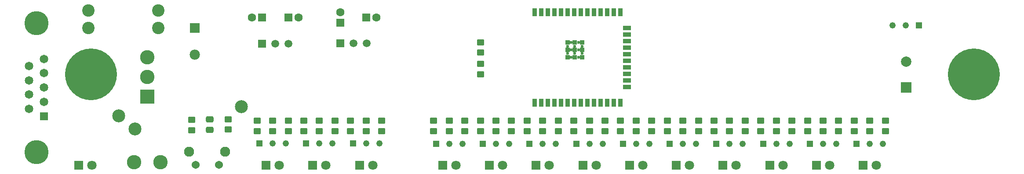
<source format=gbr>
%TF.GenerationSoftware,KiCad,Pcbnew,9.0.1*%
%TF.CreationDate,2025-06-18T18:38:46+02:00*%
%TF.ProjectId,open_g_db,6f70656e-5f67-45f6-9462-2e6b69636164,rev?*%
%TF.SameCoordinates,Original*%
%TF.FileFunction,Soldermask,Bot*%
%TF.FilePolarity,Negative*%
%FSLAX46Y46*%
G04 Gerber Fmt 4.6, Leading zero omitted, Abs format (unit mm)*
G04 Created by KiCad (PCBNEW 9.0.1) date 2025-06-18 18:38:46*
%MOMM*%
%LPD*%
G01*
G04 APERTURE LIST*
G04 Aperture macros list*
%AMRoundRect*
0 Rectangle with rounded corners*
0 $1 Rounding radius*
0 $2 $3 $4 $5 $6 $7 $8 $9 X,Y pos of 4 corners*
0 Add a 4 corners polygon primitive as box body*
4,1,4,$2,$3,$4,$5,$6,$7,$8,$9,$2,$3,0*
0 Add four circle primitives for the rounded corners*
1,1,$1+$1,$2,$3*
1,1,$1+$1,$4,$5*
1,1,$1+$1,$6,$7*
1,1,$1+$1,$8,$9*
0 Add four rect primitives between the rounded corners*
20,1,$1+$1,$2,$3,$4,$5,0*
20,1,$1+$1,$4,$5,$6,$7,0*
20,1,$1+$1,$6,$7,$8,$9,0*
20,1,$1+$1,$8,$9,$2,$3,0*%
G04 Aperture macros list end*
%ADD10R,1.800000X1.800000*%
%ADD11C,1.800000*%
%ADD12R,1.234000X1.234000*%
%ADD13C,1.234000*%
%ADD14R,1.600000X1.600000*%
%ADD15C,1.600000*%
%ADD16R,1.650000X1.650000*%
%ADD17C,1.650000*%
%ADD18C,4.650000*%
%ADD19R,2.000000X2.000000*%
%ADD20C,2.000000*%
%ADD21C,0.900000*%
%ADD22C,10.000000*%
%ADD23R,1.500000X1.500000*%
%ADD24C,1.500000*%
%ADD25C,1.540000*%
%ADD26C,1.950000*%
%ADD27C,2.400000*%
%ADD28R,1.980000X1.980000*%
%ADD29C,1.980000*%
%ADD30R,2.775000X2.775000*%
%ADD31C,2.775000*%
%ADD32RoundRect,0.250000X-0.450000X0.350000X-0.450000X-0.350000X0.450000X-0.350000X0.450000X0.350000X0*%
%ADD33C,2.500000*%
%ADD34RoundRect,0.250000X0.475000X-0.337500X0.475000X0.337500X-0.475000X0.337500X-0.475000X-0.337500X0*%
%ADD35RoundRect,0.250000X0.450000X-0.350000X0.450000X0.350000X-0.450000X0.350000X-0.450000X-0.350000X0*%
%ADD36R,0.900000X1.500000*%
%ADD37R,1.500000X0.900000*%
%ADD38R,0.900000X0.900000*%
%ADD39C,0.600000*%
G04 APERTURE END LIST*
D10*
%TO.C,D13*%
X181730000Y-92595000D03*
D11*
X184270000Y-92595000D03*
%TD*%
D10*
%TO.C,D11*%
X163730000Y-92595000D03*
D11*
X166270000Y-92595000D03*
%TD*%
D12*
%TO.C,Q4*%
X110460000Y-88400000D03*
D13*
X113000000Y-88400000D03*
X115540000Y-88400000D03*
%TD*%
D14*
%TO.C,C4*%
X93000000Y-64000000D03*
D15*
X91000000Y-64000000D03*
%TD*%
D14*
%TO.C,C10*%
X113000000Y-64000000D03*
D15*
X115000000Y-64000000D03*
%TD*%
D10*
%TO.C,D16*%
X208730000Y-92595000D03*
D11*
X211270000Y-92595000D03*
%TD*%
D16*
%TO.C,J1*%
X50940000Y-83085000D03*
D17*
X50940000Y-80315000D03*
X50940000Y-77545000D03*
X50940000Y-74775000D03*
X50940000Y-72005000D03*
X48100000Y-81700000D03*
X48100000Y-78930000D03*
X48100000Y-76160000D03*
X48100000Y-73390000D03*
D18*
X49520000Y-90040000D03*
X49520000Y-65050000D03*
%TD*%
D12*
%TO.C,Q3*%
X101460000Y-88400000D03*
D13*
X104000000Y-88400000D03*
X106540000Y-88400000D03*
%TD*%
D12*
%TO.C,Q12*%
X189460000Y-88430000D03*
D13*
X192000000Y-88430000D03*
X194540000Y-88430000D03*
%TD*%
D19*
%TO.C,LS1*%
X217000000Y-77500000D03*
D20*
X217000000Y-72500000D03*
%TD*%
D21*
%TO.C,H2*%
X56250000Y-75000000D03*
X57348350Y-72348350D03*
X57348350Y-77651650D03*
X60000000Y-71250000D03*
D22*
X60000000Y-75000000D03*
D21*
X60000000Y-78750000D03*
X62651650Y-72348350D03*
X62651650Y-77651650D03*
X63750000Y-75000000D03*
%TD*%
D10*
%TO.C,D15*%
X199730000Y-92595000D03*
D11*
X202270000Y-92595000D03*
%TD*%
D12*
%TO.C,Q9*%
X162460000Y-88430000D03*
D13*
X165000000Y-88430000D03*
X167540000Y-88430000D03*
%TD*%
D12*
%TO.C,Q13*%
X198460000Y-88430000D03*
D13*
X201000000Y-88430000D03*
X203540000Y-88430000D03*
%TD*%
D12*
%TO.C,Q1*%
X219440000Y-65470000D03*
D13*
X216900000Y-65470000D03*
X214360001Y-65470000D03*
%TD*%
D23*
%TO.C,PS2*%
X108000000Y-69000000D03*
D24*
X110540000Y-69000000D03*
X113080000Y-69000000D03*
%TD*%
D10*
%TO.C,D10*%
X154730000Y-92595000D03*
D11*
X157270000Y-92595000D03*
%TD*%
D12*
%TO.C,Q10*%
X171460000Y-88430000D03*
D13*
X174000000Y-88430000D03*
X176540000Y-88430000D03*
%TD*%
D10*
%TO.C,D4*%
X93730000Y-92565000D03*
D11*
X96270000Y-92565000D03*
%TD*%
D10*
%TO.C,D6*%
X111730000Y-92565000D03*
D11*
X114270000Y-92565000D03*
%TD*%
D10*
%TO.C,D12*%
X172730000Y-92595000D03*
D11*
X175270000Y-92595000D03*
%TD*%
D14*
%TO.C,C5*%
X98000000Y-64000000D03*
D15*
X100000000Y-64000000D03*
%TD*%
D12*
%TO.C,Q5*%
X126460000Y-88430000D03*
D13*
X129000000Y-88430000D03*
X131540000Y-88430000D03*
%TD*%
D25*
%TO.C,J2*%
X80135000Y-92490000D03*
X84635000Y-92490000D03*
D26*
X85890000Y-90000000D03*
X78880000Y-90000000D03*
%TD*%
D12*
%TO.C,Q6*%
X135460000Y-88430000D03*
D13*
X138000000Y-88430000D03*
X140540000Y-88430000D03*
%TD*%
D27*
%TO.C,F1*%
X73000000Y-66000000D03*
X73000000Y-62600000D03*
X59530000Y-66000000D03*
X59530000Y-62600000D03*
%TD*%
D10*
%TO.C,D7*%
X127730000Y-92595000D03*
D11*
X130270000Y-92595000D03*
%TD*%
D28*
%TO.C,D1*%
X80000000Y-66000000D03*
D29*
X80000000Y-71150000D03*
%TD*%
D14*
%TO.C,C9*%
X108000000Y-65000000D03*
D15*
X108000000Y-63000000D03*
%TD*%
D21*
%TO.C,H1*%
X226250000Y-75000000D03*
X227348350Y-72348350D03*
X227348350Y-77651650D03*
X230000000Y-71250000D03*
D22*
X230000000Y-75000000D03*
D21*
X230000000Y-78750000D03*
X232651650Y-72348350D03*
X232651650Y-77651650D03*
X233750000Y-75000000D03*
%TD*%
D12*
%TO.C,Q2*%
X92460000Y-88400000D03*
D13*
X95000000Y-88400000D03*
X97540000Y-88400000D03*
%TD*%
D23*
%TO.C,PS1*%
X93000000Y-69035000D03*
D24*
X95540000Y-69035000D03*
X98080000Y-69035000D03*
%TD*%
D10*
%TO.C,D5*%
X102730000Y-92565000D03*
D11*
X105270000Y-92565000D03*
%TD*%
D12*
%TO.C,Q14*%
X207460000Y-88430000D03*
D13*
X210000000Y-88430000D03*
X212540000Y-88430000D03*
%TD*%
D30*
%TO.C,S1*%
X70900000Y-79300000D03*
D31*
X70900000Y-75490000D03*
X70900000Y-71680000D03*
X73440000Y-92000000D03*
X68360000Y-92000000D03*
%TD*%
D12*
%TO.C,Q11*%
X180460000Y-88430000D03*
D13*
X183000000Y-88430000D03*
X185540000Y-88430000D03*
%TD*%
D12*
%TO.C,Q7*%
X144460000Y-88430000D03*
D13*
X147000000Y-88430000D03*
X149540000Y-88430000D03*
%TD*%
D12*
%TO.C,Q8*%
X153460000Y-88430000D03*
D13*
X156000000Y-88430000D03*
X158540000Y-88430000D03*
%TD*%
D10*
%TO.C,D8*%
X136730000Y-92595000D03*
D11*
X139270000Y-92595000D03*
%TD*%
D10*
%TO.C,D2*%
X57630000Y-92565000D03*
D11*
X60170000Y-92565000D03*
%TD*%
D10*
%TO.C,D14*%
X190730000Y-92595000D03*
D11*
X193270000Y-92595000D03*
%TD*%
D10*
%TO.C,D9*%
X145730000Y-92595000D03*
D11*
X148270000Y-92595000D03*
%TD*%
D32*
%TO.C,R51*%
X198000000Y-84000000D03*
X198000000Y-86000000D03*
%TD*%
D33*
%TO.C,TP4*%
X89000000Y-81300000D03*
%TD*%
D32*
%TO.C,R22*%
X110000000Y-84000000D03*
X110000000Y-86000000D03*
%TD*%
%TO.C,R48*%
X171000000Y-84000000D03*
X171000000Y-86000000D03*
%TD*%
%TO.C,R32*%
X213000000Y-84000000D03*
X213000000Y-86000000D03*
%TD*%
%TO.C,R5*%
X79400000Y-83800000D03*
X79400000Y-85800000D03*
%TD*%
D34*
%TO.C,C6*%
X82900000Y-85775000D03*
X82900000Y-83700000D03*
%TD*%
D35*
%TO.C,R9*%
X135000000Y-75000000D03*
X135000000Y-73000000D03*
%TD*%
D32*
%TO.C,R21*%
X101000000Y-84000000D03*
X101000000Y-86000000D03*
%TD*%
%TO.C,R6*%
X135000000Y-68800000D03*
X135000000Y-70800000D03*
%TD*%
%TO.C,R40*%
X192000000Y-84000000D03*
X192000000Y-86000000D03*
%TD*%
%TO.C,R41*%
X201000000Y-84000000D03*
X201000000Y-86000000D03*
%TD*%
%TO.C,R35*%
X147000000Y-84000000D03*
X147000000Y-86000000D03*
%TD*%
%TO.C,R49*%
X180000000Y-84000000D03*
X180000000Y-86000000D03*
%TD*%
%TO.C,R25*%
X150000000Y-84000000D03*
X150000000Y-86000000D03*
%TD*%
%TO.C,R42*%
X210000000Y-84000000D03*
X210000000Y-86000000D03*
%TD*%
%TO.C,R38*%
X174000000Y-84000000D03*
X174000000Y-86000000D03*
%TD*%
%TO.C,R44*%
X135000000Y-84000000D03*
X135000000Y-86000000D03*
%TD*%
%TO.C,R52*%
X207000000Y-84000000D03*
X207000000Y-86000000D03*
%TD*%
D35*
%TO.C,R8*%
X86400000Y-85700000D03*
X86400000Y-83700000D03*
%TD*%
D32*
%TO.C,R43*%
X126000000Y-84000000D03*
X126000000Y-86000000D03*
%TD*%
%TO.C,R19*%
X113000000Y-84000000D03*
X113000000Y-86000000D03*
%TD*%
%TO.C,R24*%
X141000000Y-84000000D03*
X141000000Y-86000000D03*
%TD*%
%TO.C,R27*%
X168000000Y-84000000D03*
X168000000Y-86000000D03*
%TD*%
%TO.C,R20*%
X92000000Y-84000000D03*
X92000000Y-86000000D03*
%TD*%
%TO.C,R16*%
X116000000Y-84000000D03*
X116000000Y-86000000D03*
%TD*%
%TO.C,R30*%
X195000000Y-84000000D03*
X195000000Y-86000000D03*
%TD*%
%TO.C,R15*%
X107000000Y-84000000D03*
X107000000Y-86000000D03*
%TD*%
%TO.C,R14*%
X98000000Y-84000000D03*
X98000000Y-86000000D03*
%TD*%
%TO.C,R31*%
X204000000Y-84000000D03*
X204000000Y-86000000D03*
%TD*%
%TO.C,R33*%
X129000000Y-84000000D03*
X129000000Y-86000000D03*
%TD*%
D36*
%TO.C,U1*%
X145460000Y-63000000D03*
X146730000Y-63000000D03*
X148000000Y-63000000D03*
X149270000Y-63000000D03*
X150540000Y-63000000D03*
X151810000Y-63000000D03*
X153080000Y-63000000D03*
X154350000Y-63000000D03*
X155620000Y-63000000D03*
X156890000Y-63000000D03*
X158160000Y-63000000D03*
X159430000Y-63000000D03*
X160700000Y-63000000D03*
X161970000Y-63000000D03*
D37*
X163220000Y-66035000D03*
X163220000Y-67305000D03*
X163220000Y-68575000D03*
X163220000Y-69845000D03*
X163220000Y-71115000D03*
X163220000Y-72385000D03*
X163220000Y-73655000D03*
X163220000Y-74925000D03*
X163220000Y-76195000D03*
X163220000Y-77465000D03*
D36*
X161970000Y-80500000D03*
X160700000Y-80500000D03*
X159430000Y-80500000D03*
X158160000Y-80500000D03*
X156890000Y-80500000D03*
X155620000Y-80500000D03*
X154350000Y-80500000D03*
X153080000Y-80500000D03*
X151810000Y-80500000D03*
X150540000Y-80500000D03*
X149270000Y-80500000D03*
X148000000Y-80500000D03*
X146730000Y-80500000D03*
X145460000Y-80500000D03*
D38*
X154580000Y-68850000D03*
D39*
X153880000Y-68850000D03*
D38*
X153180000Y-68850000D03*
D39*
X152480000Y-68850000D03*
D38*
X151780000Y-68850000D03*
D39*
X154580000Y-69550000D03*
X153180000Y-69550000D03*
X151780000Y-69550000D03*
D38*
X154580000Y-70250000D03*
D39*
X153880000Y-70250000D03*
D38*
X153180000Y-70250000D03*
D39*
X152480000Y-70250000D03*
D38*
X151780000Y-70250000D03*
D39*
X154580000Y-70950000D03*
X153180000Y-70950000D03*
X151780000Y-70950000D03*
D38*
X154580000Y-71650000D03*
D39*
X153880000Y-71650000D03*
D38*
X153180000Y-71650000D03*
D39*
X152480000Y-71650000D03*
D38*
X151780000Y-71650000D03*
%TD*%
D32*
%TO.C,R39*%
X183000000Y-84000000D03*
X183000000Y-86000000D03*
%TD*%
%TO.C,R45*%
X144000000Y-84000000D03*
X144000000Y-86000000D03*
%TD*%
%TO.C,R50*%
X189000000Y-84000000D03*
X189000000Y-86000000D03*
%TD*%
%TO.C,R29*%
X186000000Y-84000000D03*
X186000000Y-86000000D03*
%TD*%
%TO.C,R34*%
X138000000Y-84000000D03*
X138000000Y-86000000D03*
%TD*%
%TO.C,R26*%
X159000000Y-84000000D03*
X159000000Y-86000000D03*
%TD*%
%TO.C,R28*%
X177000000Y-84000000D03*
X177000000Y-86000000D03*
%TD*%
%TO.C,R17*%
X95000000Y-84000000D03*
X95000000Y-86000000D03*
%TD*%
%TO.C,R47*%
X162000000Y-84000000D03*
X162000000Y-86000000D03*
%TD*%
%TO.C,R37*%
X165000000Y-84000000D03*
X165000000Y-86000000D03*
%TD*%
%TO.C,R46*%
X153000000Y-84000000D03*
X153000000Y-86000000D03*
%TD*%
%TO.C,R36*%
X156000000Y-84000000D03*
X156000000Y-86000000D03*
%TD*%
%TO.C,R23*%
X132000000Y-84000000D03*
X132000000Y-86000000D03*
%TD*%
D33*
%TO.C,TP7*%
X68500000Y-85600000D03*
%TD*%
%TO.C,TP6*%
X65400000Y-83000000D03*
%TD*%
D32*
%TO.C,R18*%
X104000000Y-84000000D03*
X104000000Y-86000000D03*
%TD*%
M02*

</source>
